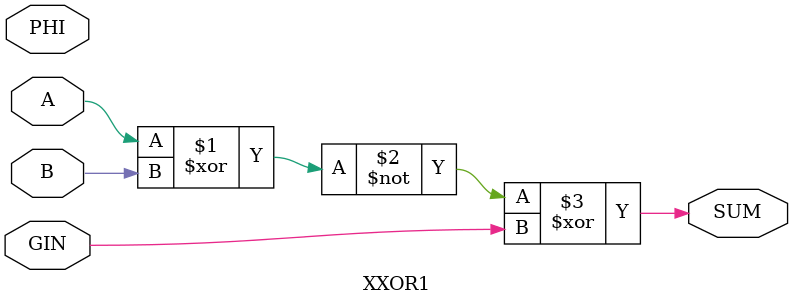
<source format=v>
module XXOR1 ( A, B, GIN, PHI, SUM );
input  A;
input  B;
input  GIN;
input  PHI;
output SUM;
   assign SUM = ( ~ (A ^ B)) ^ GIN;
endmodule
</source>
